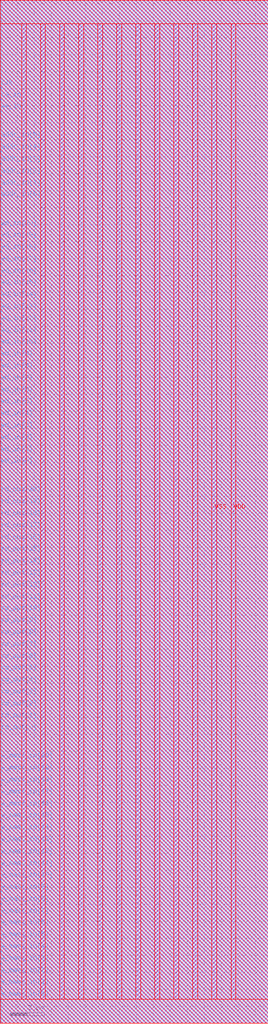
<source format=lef>
VERSION 5.7 ;
BUSBITCHARS "[]" ;
MACRO fakeram45_64x21
  FOREIGN fakeram45_64x21 0 0 ;
  SYMMETRY X Y R90 ;
  SIZE 15.770 BY 60.200 ;
  CLASS BLOCK ;
  PIN w_mask_in[0]
    DIRECTION INPUT ;
    USE SIGNAL ;
    SHAPE ABUTMENT ;
    PORT
      LAYER metal3 ;
      RECT 0.000 1.400 0.070 1.470 ;
    END
  END w_mask_in[0]
  PIN w_mask_in[1]
    DIRECTION INPUT ;
    USE SIGNAL ;
    SHAPE ABUTMENT ;
    PORT
      LAYER metal3 ;
      RECT 0.000 2.100 0.070 2.170 ;
    END
  END w_mask_in[1]
  PIN w_mask_in[2]
    DIRECTION INPUT ;
    USE SIGNAL ;
    SHAPE ABUTMENT ;
    PORT
      LAYER metal3 ;
      RECT 0.000 2.800 0.070 2.870 ;
    END
  END w_mask_in[2]
  PIN w_mask_in[3]
    DIRECTION INPUT ;
    USE SIGNAL ;
    SHAPE ABUTMENT ;
    PORT
      LAYER metal3 ;
      RECT 0.000 3.500 0.070 3.570 ;
    END
  END w_mask_in[3]
  PIN w_mask_in[4]
    DIRECTION INPUT ;
    USE SIGNAL ;
    SHAPE ABUTMENT ;
    PORT
      LAYER metal3 ;
      RECT 0.000 4.200 0.070 4.270 ;
    END
  END w_mask_in[4]
  PIN w_mask_in[5]
    DIRECTION INPUT ;
    USE SIGNAL ;
    SHAPE ABUTMENT ;
    PORT
      LAYER metal3 ;
      RECT 0.000 4.900 0.070 4.970 ;
    END
  END w_mask_in[5]
  PIN w_mask_in[6]
    DIRECTION INPUT ;
    USE SIGNAL ;
    SHAPE ABUTMENT ;
    PORT
      LAYER metal3 ;
      RECT 0.000 5.600 0.070 5.670 ;
    END
  END w_mask_in[6]
  PIN w_mask_in[7]
    DIRECTION INPUT ;
    USE SIGNAL ;
    SHAPE ABUTMENT ;
    PORT
      LAYER metal3 ;
      RECT 0.000 6.300 0.070 6.370 ;
    END
  END w_mask_in[7]
  PIN w_mask_in[8]
    DIRECTION INPUT ;
    USE SIGNAL ;
    SHAPE ABUTMENT ;
    PORT
      LAYER metal3 ;
      RECT 0.000 7.000 0.070 7.070 ;
    END
  END w_mask_in[8]
  PIN w_mask_in[9]
    DIRECTION INPUT ;
    USE SIGNAL ;
    SHAPE ABUTMENT ;
    PORT
      LAYER metal3 ;
      RECT 0.000 7.700 0.070 7.770 ;
    END
  END w_mask_in[9]
  PIN w_mask_in[10]
    DIRECTION INPUT ;
    USE SIGNAL ;
    SHAPE ABUTMENT ;
    PORT
      LAYER metal3 ;
      RECT 0.000 8.400 0.070 8.470 ;
    END
  END w_mask_in[10]
  PIN w_mask_in[11]
    DIRECTION INPUT ;
    USE SIGNAL ;
    SHAPE ABUTMENT ;
    PORT
      LAYER metal3 ;
      RECT 0.000 9.100 0.070 9.170 ;
    END
  END w_mask_in[11]
  PIN w_mask_in[12]
    DIRECTION INPUT ;
    USE SIGNAL ;
    SHAPE ABUTMENT ;
    PORT
      LAYER metal3 ;
      RECT 0.000 9.800 0.070 9.870 ;
    END
  END w_mask_in[12]
  PIN w_mask_in[13]
    DIRECTION INPUT ;
    USE SIGNAL ;
    SHAPE ABUTMENT ;
    PORT
      LAYER metal3 ;
      RECT 0.000 10.500 0.070 10.570 ;
    END
  END w_mask_in[13]
  PIN w_mask_in[14]
    DIRECTION INPUT ;
    USE SIGNAL ;
    SHAPE ABUTMENT ;
    PORT
      LAYER metal3 ;
      RECT 0.000 11.200 0.070 11.270 ;
    END
  END w_mask_in[14]
  PIN w_mask_in[15]
    DIRECTION INPUT ;
    USE SIGNAL ;
    SHAPE ABUTMENT ;
    PORT
      LAYER metal3 ;
      RECT 0.000 11.900 0.070 11.970 ;
    END
  END w_mask_in[15]
  PIN w_mask_in[16]
    DIRECTION INPUT ;
    USE SIGNAL ;
    SHAPE ABUTMENT ;
    PORT
      LAYER metal3 ;
      RECT 0.000 12.600 0.070 12.670 ;
    END
  END w_mask_in[16]
  PIN w_mask_in[17]
    DIRECTION INPUT ;
    USE SIGNAL ;
    SHAPE ABUTMENT ;
    PORT
      LAYER metal3 ;
      RECT 0.000 13.300 0.070 13.370 ;
    END
  END w_mask_in[17]
  PIN w_mask_in[18]
    DIRECTION INPUT ;
    USE SIGNAL ;
    SHAPE ABUTMENT ;
    PORT
      LAYER metal3 ;
      RECT 0.000 14.000 0.070 14.070 ;
    END
  END w_mask_in[18]
  PIN w_mask_in[19]
    DIRECTION INPUT ;
    USE SIGNAL ;
    SHAPE ABUTMENT ;
    PORT
      LAYER metal3 ;
      RECT 0.000 14.700 0.070 14.770 ;
    END
  END w_mask_in[19]
  PIN w_mask_in[20]
    DIRECTION INPUT ;
    USE SIGNAL ;
    SHAPE ABUTMENT ;
    PORT
      LAYER metal3 ;
      RECT 0.000 15.400 0.070 15.470 ;
    END
  END w_mask_in[20]
  PIN rd_out[0]
    DIRECTION OUTPUT ;
    USE SIGNAL ;
    SHAPE ABUTMENT ;
    PORT
      LAYER metal3 ;
      RECT 0.000 17.080 0.070 17.150 ;
    END
  END rd_out[0]
  PIN rd_out[1]
    DIRECTION OUTPUT ;
    USE SIGNAL ;
    SHAPE ABUTMENT ;
    PORT
      LAYER metal3 ;
      RECT 0.000 17.780 0.070 17.850 ;
    END
  END rd_out[1]
  PIN rd_out[2]
    DIRECTION OUTPUT ;
    USE SIGNAL ;
    SHAPE ABUTMENT ;
    PORT
      LAYER metal3 ;
      RECT 0.000 18.480 0.070 18.550 ;
    END
  END rd_out[2]
  PIN rd_out[3]
    DIRECTION OUTPUT ;
    USE SIGNAL ;
    SHAPE ABUTMENT ;
    PORT
      LAYER metal3 ;
      RECT 0.000 19.180 0.070 19.250 ;
    END
  END rd_out[3]
  PIN rd_out[4]
    DIRECTION OUTPUT ;
    USE SIGNAL ;
    SHAPE ABUTMENT ;
    PORT
      LAYER metal3 ;
      RECT 0.000 19.880 0.070 19.950 ;
    END
  END rd_out[4]
  PIN rd_out[5]
    DIRECTION OUTPUT ;
    USE SIGNAL ;
    SHAPE ABUTMENT ;
    PORT
      LAYER metal3 ;
      RECT 0.000 20.580 0.070 20.650 ;
    END
  END rd_out[5]
  PIN rd_out[6]
    DIRECTION OUTPUT ;
    USE SIGNAL ;
    SHAPE ABUTMENT ;
    PORT
      LAYER metal3 ;
      RECT 0.000 21.280 0.070 21.350 ;
    END
  END rd_out[6]
  PIN rd_out[7]
    DIRECTION OUTPUT ;
    USE SIGNAL ;
    SHAPE ABUTMENT ;
    PORT
      LAYER metal3 ;
      RECT 0.000 21.980 0.070 22.050 ;
    END
  END rd_out[7]
  PIN rd_out[8]
    DIRECTION OUTPUT ;
    USE SIGNAL ;
    SHAPE ABUTMENT ;
    PORT
      LAYER metal3 ;
      RECT 0.000 22.680 0.070 22.750 ;
    END
  END rd_out[8]
  PIN rd_out[9]
    DIRECTION OUTPUT ;
    USE SIGNAL ;
    SHAPE ABUTMENT ;
    PORT
      LAYER metal3 ;
      RECT 0.000 23.380 0.070 23.450 ;
    END
  END rd_out[9]
  PIN rd_out[10]
    DIRECTION OUTPUT ;
    USE SIGNAL ;
    SHAPE ABUTMENT ;
    PORT
      LAYER metal3 ;
      RECT 0.000 24.080 0.070 24.150 ;
    END
  END rd_out[10]
  PIN rd_out[11]
    DIRECTION OUTPUT ;
    USE SIGNAL ;
    SHAPE ABUTMENT ;
    PORT
      LAYER metal3 ;
      RECT 0.000 24.780 0.070 24.850 ;
    END
  END rd_out[11]
  PIN rd_out[12]
    DIRECTION OUTPUT ;
    USE SIGNAL ;
    SHAPE ABUTMENT ;
    PORT
      LAYER metal3 ;
      RECT 0.000 25.480 0.070 25.550 ;
    END
  END rd_out[12]
  PIN rd_out[13]
    DIRECTION OUTPUT ;
    USE SIGNAL ;
    SHAPE ABUTMENT ;
    PORT
      LAYER metal3 ;
      RECT 0.000 26.180 0.070 26.250 ;
    END
  END rd_out[13]
  PIN rd_out[14]
    DIRECTION OUTPUT ;
    USE SIGNAL ;
    SHAPE ABUTMENT ;
    PORT
      LAYER metal3 ;
      RECT 0.000 26.880 0.070 26.950 ;
    END
  END rd_out[14]
  PIN rd_out[15]
    DIRECTION OUTPUT ;
    USE SIGNAL ;
    SHAPE ABUTMENT ;
    PORT
      LAYER metal3 ;
      RECT 0.000 27.580 0.070 27.650 ;
    END
  END rd_out[15]
  PIN rd_out[16]
    DIRECTION OUTPUT ;
    USE SIGNAL ;
    SHAPE ABUTMENT ;
    PORT
      LAYER metal3 ;
      RECT 0.000 28.280 0.070 28.350 ;
    END
  END rd_out[16]
  PIN rd_out[17]
    DIRECTION OUTPUT ;
    USE SIGNAL ;
    SHAPE ABUTMENT ;
    PORT
      LAYER metal3 ;
      RECT 0.000 28.980 0.070 29.050 ;
    END
  END rd_out[17]
  PIN rd_out[18]
    DIRECTION OUTPUT ;
    USE SIGNAL ;
    SHAPE ABUTMENT ;
    PORT
      LAYER metal3 ;
      RECT 0.000 29.680 0.070 29.750 ;
    END
  END rd_out[18]
  PIN rd_out[19]
    DIRECTION OUTPUT ;
    USE SIGNAL ;
    SHAPE ABUTMENT ;
    PORT
      LAYER metal3 ;
      RECT 0.000 30.380 0.070 30.450 ;
    END
  END rd_out[19]
  PIN rd_out[20]
    DIRECTION OUTPUT ;
    USE SIGNAL ;
    SHAPE ABUTMENT ;
    PORT
      LAYER metal3 ;
      RECT 0.000 31.080 0.070 31.150 ;
    END
  END rd_out[20]
  PIN wd_in[0]
    DIRECTION INPUT ;
    USE SIGNAL ;
    SHAPE ABUTMENT ;
    PORT
      LAYER metal3 ;
      RECT 0.000 32.760 0.070 32.830 ;
    END
  END wd_in[0]
  PIN wd_in[1]
    DIRECTION INPUT ;
    USE SIGNAL ;
    SHAPE ABUTMENT ;
    PORT
      LAYER metal3 ;
      RECT 0.000 33.460 0.070 33.530 ;
    END
  END wd_in[1]
  PIN wd_in[2]
    DIRECTION INPUT ;
    USE SIGNAL ;
    SHAPE ABUTMENT ;
    PORT
      LAYER metal3 ;
      RECT 0.000 34.160 0.070 34.230 ;
    END
  END wd_in[2]
  PIN wd_in[3]
    DIRECTION INPUT ;
    USE SIGNAL ;
    SHAPE ABUTMENT ;
    PORT
      LAYER metal3 ;
      RECT 0.000 34.860 0.070 34.930 ;
    END
  END wd_in[3]
  PIN wd_in[4]
    DIRECTION INPUT ;
    USE SIGNAL ;
    SHAPE ABUTMENT ;
    PORT
      LAYER metal3 ;
      RECT 0.000 35.560 0.070 35.630 ;
    END
  END wd_in[4]
  PIN wd_in[5]
    DIRECTION INPUT ;
    USE SIGNAL ;
    SHAPE ABUTMENT ;
    PORT
      LAYER metal3 ;
      RECT 0.000 36.260 0.070 36.330 ;
    END
  END wd_in[5]
  PIN wd_in[6]
    DIRECTION INPUT ;
    USE SIGNAL ;
    SHAPE ABUTMENT ;
    PORT
      LAYER metal3 ;
      RECT 0.000 36.960 0.070 37.030 ;
    END
  END wd_in[6]
  PIN wd_in[7]
    DIRECTION INPUT ;
    USE SIGNAL ;
    SHAPE ABUTMENT ;
    PORT
      LAYER metal3 ;
      RECT 0.000 37.660 0.070 37.730 ;
    END
  END wd_in[7]
  PIN wd_in[8]
    DIRECTION INPUT ;
    USE SIGNAL ;
    SHAPE ABUTMENT ;
    PORT
      LAYER metal3 ;
      RECT 0.000 38.360 0.070 38.430 ;
    END
  END wd_in[8]
  PIN wd_in[9]
    DIRECTION INPUT ;
    USE SIGNAL ;
    SHAPE ABUTMENT ;
    PORT
      LAYER metal3 ;
      RECT 0.000 39.060 0.070 39.130 ;
    END
  END wd_in[9]
  PIN wd_in[10]
    DIRECTION INPUT ;
    USE SIGNAL ;
    SHAPE ABUTMENT ;
    PORT
      LAYER metal3 ;
      RECT 0.000 39.760 0.070 39.830 ;
    END
  END wd_in[10]
  PIN wd_in[11]
    DIRECTION INPUT ;
    USE SIGNAL ;
    SHAPE ABUTMENT ;
    PORT
      LAYER metal3 ;
      RECT 0.000 40.460 0.070 40.530 ;
    END
  END wd_in[11]
  PIN wd_in[12]
    DIRECTION INPUT ;
    USE SIGNAL ;
    SHAPE ABUTMENT ;
    PORT
      LAYER metal3 ;
      RECT 0.000 41.160 0.070 41.230 ;
    END
  END wd_in[12]
  PIN wd_in[13]
    DIRECTION INPUT ;
    USE SIGNAL ;
    SHAPE ABUTMENT ;
    PORT
      LAYER metal3 ;
      RECT 0.000 41.860 0.070 41.930 ;
    END
  END wd_in[13]
  PIN wd_in[14]
    DIRECTION INPUT ;
    USE SIGNAL ;
    SHAPE ABUTMENT ;
    PORT
      LAYER metal3 ;
      RECT 0.000 42.560 0.070 42.630 ;
    END
  END wd_in[14]
  PIN wd_in[15]
    DIRECTION INPUT ;
    USE SIGNAL ;
    SHAPE ABUTMENT ;
    PORT
      LAYER metal3 ;
      RECT 0.000 43.260 0.070 43.330 ;
    END
  END wd_in[15]
  PIN wd_in[16]
    DIRECTION INPUT ;
    USE SIGNAL ;
    SHAPE ABUTMENT ;
    PORT
      LAYER metal3 ;
      RECT 0.000 43.960 0.070 44.030 ;
    END
  END wd_in[16]
  PIN wd_in[17]
    DIRECTION INPUT ;
    USE SIGNAL ;
    SHAPE ABUTMENT ;
    PORT
      LAYER metal3 ;
      RECT 0.000 44.660 0.070 44.730 ;
    END
  END wd_in[17]
  PIN wd_in[18]
    DIRECTION INPUT ;
    USE SIGNAL ;
    SHAPE ABUTMENT ;
    PORT
      LAYER metal3 ;
      RECT 0.000 45.360 0.070 45.430 ;
    END
  END wd_in[18]
  PIN wd_in[19]
    DIRECTION INPUT ;
    USE SIGNAL ;
    SHAPE ABUTMENT ;
    PORT
      LAYER metal3 ;
      RECT 0.000 46.060 0.070 46.130 ;
    END
  END wd_in[19]
  PIN wd_in[20]
    DIRECTION INPUT ;
    USE SIGNAL ;
    SHAPE ABUTMENT ;
    PORT
      LAYER metal3 ;
      RECT 0.000 46.760 0.070 46.830 ;
    END
  END wd_in[20]
  PIN addr_in[0]
    DIRECTION INPUT ;
    USE SIGNAL ;
    SHAPE ABUTMENT ;
    PORT
      LAYER metal3 ;
      RECT 0.000 48.440 0.070 48.510 ;
    END
  END addr_in[0]
  PIN addr_in[1]
    DIRECTION INPUT ;
    USE SIGNAL ;
    SHAPE ABUTMENT ;
    PORT
      LAYER metal3 ;
      RECT 0.000 49.140 0.070 49.210 ;
    END
  END addr_in[1]
  PIN addr_in[2]
    DIRECTION INPUT ;
    USE SIGNAL ;
    SHAPE ABUTMENT ;
    PORT
      LAYER metal3 ;
      RECT 0.000 49.840 0.070 49.910 ;
    END
  END addr_in[2]
  PIN addr_in[3]
    DIRECTION INPUT ;
    USE SIGNAL ;
    SHAPE ABUTMENT ;
    PORT
      LAYER metal3 ;
      RECT 0.000 50.540 0.070 50.610 ;
    END
  END addr_in[3]
  PIN addr_in[4]
    DIRECTION INPUT ;
    USE SIGNAL ;
    SHAPE ABUTMENT ;
    PORT
      LAYER metal3 ;
      RECT 0.000 51.240 0.070 51.310 ;
    END
  END addr_in[4]
  PIN addr_in[5]
    DIRECTION INPUT ;
    USE SIGNAL ;
    SHAPE ABUTMENT ;
    PORT
      LAYER metal3 ;
      RECT 0.000 51.940 0.070 52.010 ;
    END
  END addr_in[5]
  PIN we_in
    DIRECTION INPUT ;
    USE SIGNAL ;
    SHAPE ABUTMENT ;
    PORT
      LAYER metal3 ;
      RECT 0.000 53.620 0.070 53.690 ;
    END
  END we_in
  PIN ce_in
    DIRECTION INPUT ;
    USE SIGNAL ;
    SHAPE ABUTMENT ;
    PORT
      LAYER metal3 ;
      RECT 0.000 54.320 0.070 54.390 ;
    END
  END ce_in
  PIN clk
    DIRECTION INPUT ;
    USE SIGNAL ;
    SHAPE ABUTMENT ;
    PORT
      LAYER metal3 ;
      RECT 0.000 55.020 0.070 55.090 ;
    END
  END clk
  PIN VSS
    DIRECTION INOUT ;
    USE GROUND ;
    PORT
      LAYER metal4 ;
      RECT 1.260 1.400 1.540 58.800 ;
      RECT 3.500 1.400 3.780 58.800 ;
      RECT 5.740 1.400 6.020 58.800 ;
      RECT 7.980 1.400 8.260 58.800 ;
      RECT 10.220 1.400 10.500 58.800 ;
      RECT 12.460 1.400 12.740 58.800 ;
    END
  END VSS
  PIN VDD
    DIRECTION INOUT ;
    USE POWER ;
    PORT
      LAYER metal4 ;
      RECT 2.380 1.400 2.660 58.800 ;
      RECT 4.620 1.400 4.900 58.800 ;
      RECT 6.860 1.400 7.140 58.800 ;
      RECT 9.100 1.400 9.380 58.800 ;
      RECT 11.340 1.400 11.620 58.800 ;
      RECT 13.580 1.400 13.860 58.800 ;
    END
  END VDD
  OBS
    LAYER metal1 ;
    RECT 0 0 15.770 60.200 ;
    LAYER metal2 ;
    RECT 0 0 15.770 60.200 ;
    LAYER metal3 ;
    RECT 0.070 0 15.770 60.200 ;
    RECT 0 0.000 0.070 1.365 ;
    RECT 0 1.435 0.070 2.065 ;
    RECT 0 2.135 0.070 2.765 ;
    RECT 0 2.835 0.070 3.465 ;
    RECT 0 3.535 0.070 4.165 ;
    RECT 0 4.235 0.070 4.865 ;
    RECT 0 4.935 0.070 5.565 ;
    RECT 0 5.635 0.070 6.265 ;
    RECT 0 6.335 0.070 6.965 ;
    RECT 0 7.035 0.070 7.665 ;
    RECT 0 7.735 0.070 8.365 ;
    RECT 0 8.435 0.070 9.065 ;
    RECT 0 9.135 0.070 9.765 ;
    RECT 0 9.835 0.070 10.465 ;
    RECT 0 10.535 0.070 11.165 ;
    RECT 0 11.235 0.070 11.865 ;
    RECT 0 11.935 0.070 12.565 ;
    RECT 0 12.635 0.070 13.265 ;
    RECT 0 13.335 0.070 13.965 ;
    RECT 0 14.035 0.070 14.665 ;
    RECT 0 14.735 0.070 15.365 ;
    RECT 0 15.435 0.070 17.045 ;
    RECT 0 17.115 0.070 17.745 ;
    RECT 0 17.815 0.070 18.445 ;
    RECT 0 18.515 0.070 19.145 ;
    RECT 0 19.215 0.070 19.845 ;
    RECT 0 19.915 0.070 20.545 ;
    RECT 0 20.615 0.070 21.245 ;
    RECT 0 21.315 0.070 21.945 ;
    RECT 0 22.015 0.070 22.645 ;
    RECT 0 22.715 0.070 23.345 ;
    RECT 0 23.415 0.070 24.045 ;
    RECT 0 24.115 0.070 24.745 ;
    RECT 0 24.815 0.070 25.445 ;
    RECT 0 25.515 0.070 26.145 ;
    RECT 0 26.215 0.070 26.845 ;
    RECT 0 26.915 0.070 27.545 ;
    RECT 0 27.615 0.070 28.245 ;
    RECT 0 28.315 0.070 28.945 ;
    RECT 0 29.015 0.070 29.645 ;
    RECT 0 29.715 0.070 30.345 ;
    RECT 0 30.415 0.070 31.045 ;
    RECT 0 31.115 0.070 32.725 ;
    RECT 0 32.795 0.070 33.425 ;
    RECT 0 33.495 0.070 34.125 ;
    RECT 0 34.195 0.070 34.825 ;
    RECT 0 34.895 0.070 35.525 ;
    RECT 0 35.595 0.070 36.225 ;
    RECT 0 36.295 0.070 36.925 ;
    RECT 0 36.995 0.070 37.625 ;
    RECT 0 37.695 0.070 38.325 ;
    RECT 0 38.395 0.070 39.025 ;
    RECT 0 39.095 0.070 39.725 ;
    RECT 0 39.795 0.070 40.425 ;
    RECT 0 40.495 0.070 41.125 ;
    RECT 0 41.195 0.070 41.825 ;
    RECT 0 41.895 0.070 42.525 ;
    RECT 0 42.595 0.070 43.225 ;
    RECT 0 43.295 0.070 43.925 ;
    RECT 0 43.995 0.070 44.625 ;
    RECT 0 44.695 0.070 45.325 ;
    RECT 0 45.395 0.070 46.025 ;
    RECT 0 46.095 0.070 46.725 ;
    RECT 0 46.795 0.070 48.405 ;
    RECT 0 48.475 0.070 49.105 ;
    RECT 0 49.175 0.070 49.805 ;
    RECT 0 49.875 0.070 50.505 ;
    RECT 0 50.575 0.070 51.205 ;
    RECT 0 51.275 0.070 51.905 ;
    RECT 0 51.975 0.070 53.585 ;
    RECT 0 53.655 0.070 54.285 ;
    RECT 0 54.355 0.070 54.985 ;
    RECT 0 55.055 0.070 60.200 ;
    LAYER metal4 ;
    RECT 0 0 15.770 1.400 ;
    RECT 0 58.800 15.770 60.200 ;
    RECT 0.000 1.400 1.260 58.800 ;
    RECT 1.540 1.400 2.380 58.800 ;
    RECT 2.660 1.400 3.500 58.800 ;
    RECT 3.780 1.400 4.620 58.800 ;
    RECT 4.900 1.400 5.740 58.800 ;
    RECT 6.020 1.400 6.860 58.800 ;
    RECT 7.140 1.400 7.980 58.800 ;
    RECT 8.260 1.400 9.100 58.800 ;
    RECT 9.380 1.400 10.220 58.800 ;
    RECT 10.500 1.400 11.340 58.800 ;
    RECT 11.620 1.400 12.460 58.800 ;
    RECT 12.740 1.400 13.580 58.800 ;
    RECT 13.860 1.400 15.770 58.800 ;
    LAYER OVERLAP ;
    RECT 0 0 15.770 60.200 ;
  END
END fakeram45_64x21

END LIBRARY

</source>
